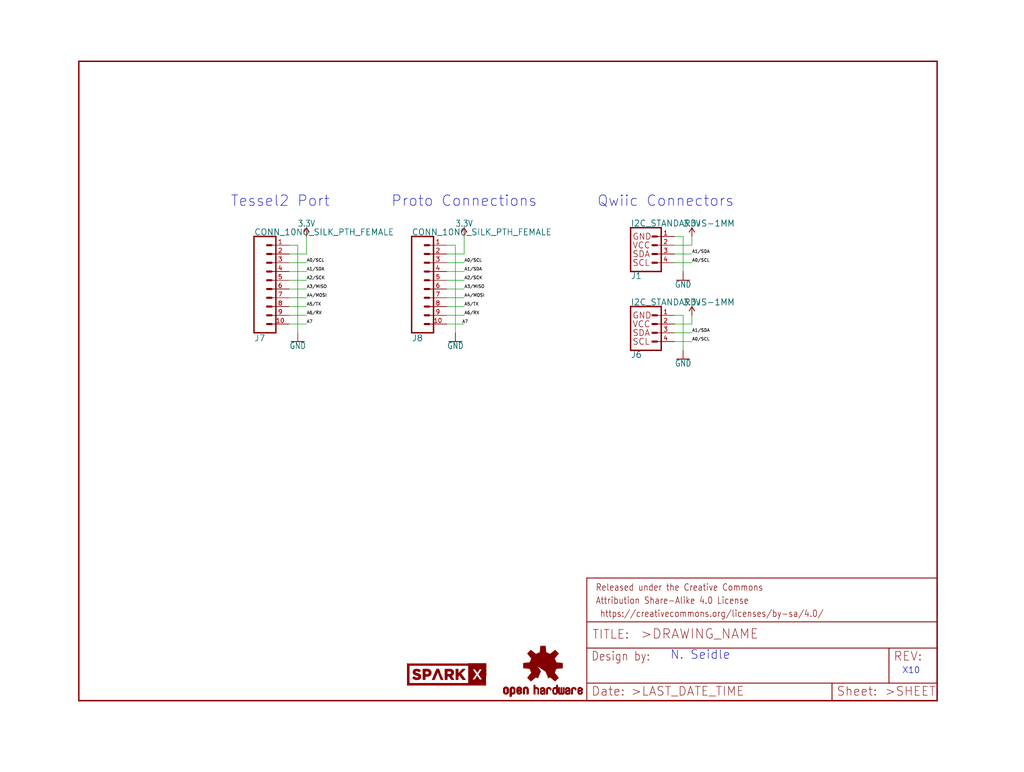
<source format=kicad_sch>
(kicad_sch (version 20211123) (generator eeschema)
  (paper "User" 297.002 223.926)
  (lib_symbols
    (symbol "eagleSchem-eagle-import:3.3V" (power)
      (property "Value" "3.3V" (at 0 2.794 0))
      (symbol "3.3V_1_0"
        (pin power_in line (at 0 0 90) (length 2.54) (name "3.3V") (number "1"))
      )
    )
    (symbol "eagleSchem-eagle-import:CONN_10NO_SILK_PTH_FEMALE"
      (property "Reference" "J" (at 0 8.128 0))
      (property "Value" "CONN_10NO_SILK_PTH_FEMALE" (at 0 -22.606 0))
      (symbol "CONN_10NO_SILK_PTH_FEMALE_1_0"
        (pin passive line (at 10.16 -17.78 180) (length 5.08) (name "1") (number "1"))
        (pin passive line (at 10.16 5.08 180) (length 5.08) (name "10") (number "10"))
        (pin passive line (at 10.16 -15.24 180) (length 5.08) (name "2") (number "2"))
        (pin passive line (at 10.16 -12.7 180) (length 5.08) (name "3") (number "3"))
        (pin passive line (at 10.16 -10.16 180) (length 5.08) (name "4") (number "4"))
        (pin passive line (at 10.16 -7.62 180) (length 5.08) (name "5") (number "5"))
        (pin passive line (at 10.16 -5.08 180) (length 5.08) (name "6") (number "6"))
        (pin passive line (at 10.16 -2.54 180) (length 5.08) (name "7") (number "7"))
        (pin passive line (at 10.16 0 180) (length 5.08) (name "8") (number "8"))
        (pin passive line (at 10.16 2.54 180) (length 5.08) (name "9") (number "9"))
      )
    )
    (symbol "eagleSchem-eagle-import:FRAME-LETTER"
      (symbol "FRAME-LETTER_2_0"
        (text " https://creativecommons.org/licenses/by-sa/4.0/" (at 2.54 24.13 0) (effects (font (size 1.9304 1.6408)) (justify left bottom)))
        (text ">DRAWING_NAME" (at 15.494 17.78 0) (effects (font (size 2.7432 2.7432)) (justify left bottom)))
        (text ">LAST_DATE_TIME" (at 12.7 1.27 0) (effects (font (size 2.54 2.54)) (justify left bottom)))
        (text ">SHEET" (at 86.36 1.27 0) (effects (font (size 2.54 2.54)) (justify left bottom)))
        (text "Attribution Share-Alike 4.0 License" (at 2.54 27.94 0) (effects (font (size 1.9304 1.6408)) (justify left bottom)))
        (text "Date:" (at 1.27 1.27 0) (effects (font (size 2.54 2.54)) (justify left bottom)))
        (text "Design by:" (at 1.27 11.43 0) (effects (font (size 2.54 2.159)) (justify left bottom)))
        (text "Released under the Creative Commons" (at 2.54 31.75 0) (effects (font (size 1.9304 1.6408)) (justify left bottom)))
        (text "REV:" (at 88.9 11.43 0) (effects (font (size 2.54 2.54)) (justify left bottom)))
        (text "Sheet:" (at 72.39 1.27 0) (effects (font (size 2.54 2.54)) (justify left bottom)))
        (text "TITLE:" (at 1.524 17.78 0) (effects (font (size 2.54 2.54)) (justify left bottom)))
      )
    )
    (symbol "eagleSchem-eagle-import:GND" (power)
      (property "Value" "GND" (at 0 -0.254 0))
      (symbol "GND_1_0"
        (pin power_in line (at 0 2.54 270) (length 2.54) (name "GND") (number "1"))
      )
    )
    (symbol "eagleSchem-eagle-import:I2C_STANDARDJS-1MM"
      (property "Reference" "J" (at -5.08 7.874 0))
      (property "Value" "I2C_STANDARDJS-1MM" (at -5.08 -5.334 0))
      (symbol "I2C_STANDARDJS-1MM_1_0"
        (text "GND" (at -4.572 -2.54 0) (effects (font (size 1.778 1.778)) (justify left)))
        (text "SCL" (at -4.572 5.08 0) (effects (font (size 1.778 1.778)) (justify left)))
        (text "SDA" (at -4.572 2.54 0) (effects (font (size 1.778 1.778)) (justify left)))
        (text "VCC" (at -4.572 0 0) (effects (font (size 1.778 1.778)) (justify left)))
        (pin power_in line (at 7.62 -2.54 180) (length 5.08) (name "GND") (number "1"))
        (pin power_in line (at 7.62 0 180) (length 5.08) (name "VCC") (number "2"))
        (pin passive line (at 7.62 2.54 180) (length 5.08) (name "SDA") (number "3"))
        (pin passive line (at 7.62 5.08 180) (length 5.08) (name "SCL") (number "4"))
      )
    )
    (symbol "eagleSchem-eagle-import:OSHW-LOGOMINI")
    (symbol "eagleSchem-eagle-import:SPARKX-LOGO4")
  )
  (wire (pts (xy 83.82 86.36) (xy 88.9 86.36)))
  (wire (pts (xy 195.58 71.12) (xy 200.66 71.12)))
  (wire (pts (xy 129.54 81.28) (xy 134.62 81.28)))
  (wire (pts (xy 129.54 76.2) (xy 134.62 76.2)))
  (wire (pts (xy 134.62 91.44) (xy 129.54 91.44)))
  (wire (pts (xy 134.62 73.66) (xy 134.62 68.58)))
  (wire (pts (xy 83.82 83.82) (xy 88.9 83.82)))
  (wire (pts (xy 83.82 81.28) (xy 88.9 81.28)))
  (wire (pts (xy 195.58 76.2) (xy 200.66 76.2)))
  (wire (pts (xy 198.12 68.58) (xy 198.12 78.74)))
  (wire (pts (xy 200.66 71.12) (xy 200.66 68.58)))
  (wire (pts (xy 195.58 91.44) (xy 198.12 91.44)))
  (wire (pts (xy 88.9 73.66) (xy 88.9 68.58)))
  (wire (pts (xy 195.58 73.66) (xy 200.66 73.66)))
  (wire (pts (xy 129.54 86.36) (xy 134.62 86.36)))
  (wire (pts (xy 129.54 71.12) (xy 132.08 71.12)))
  (wire (pts (xy 195.58 93.98) (xy 200.66 93.98)))
  (wire (pts (xy 83.82 71.12) (xy 86.36 71.12)))
  (wire (pts (xy 88.9 88.9) (xy 83.82 88.9)))
  (wire (pts (xy 86.36 71.12) (xy 86.36 96.52)))
  (wire (pts (xy 88.9 91.44) (xy 83.82 91.44)))
  (wire (pts (xy 83.82 78.74) (xy 88.9 78.74)))
  (wire (pts (xy 200.66 93.98) (xy 200.66 91.44)))
  (wire (pts (xy 129.54 83.82) (xy 134.62 83.82)))
  (wire (pts (xy 195.58 68.58) (xy 198.12 68.58)))
  (wire (pts (xy 198.12 91.44) (xy 198.12 101.6)))
  (wire (pts (xy 132.08 71.12) (xy 132.08 96.52)))
  (wire (pts (xy 129.54 78.74) (xy 134.62 78.74)))
  (wire (pts (xy 134.62 88.9) (xy 129.54 88.9)))
  (wire (pts (xy 83.82 76.2) (xy 88.9 76.2)))
  (wire (pts (xy 129.54 73.66) (xy 134.62 73.66)))
  (wire (pts (xy 134.62 93.98) (xy 129.54 93.98)))
  (wire (pts (xy 195.58 96.52) (xy 200.66 96.52)))
  (wire (pts (xy 83.82 73.66) (xy 88.9 73.66)))
  (wire (pts (xy 88.9 93.98) (xy 83.82 93.98)))
  (wire (pts (xy 195.58 99.06) (xy 200.66 99.06)))
  (text "X10" (at 261.62 195.58 180) (effects (font (size 1.778 1.778)) (justify left bottom)))
  (text "N. Seidle" (at 194.31 191.516 180) (effects (font (size 2.54 2.54)) (justify left bottom)))
  (text "Qwiic Connectors" (at 193.04 58.42 180) (effects (font (size 3.048 3.048))))
  (text "Proto Connections" (at 134.62 58.42 180) (effects (font (size 3.048 3.048))))
  (text "Tessel2 Port" (at 81.28 58.42 180) (effects (font (size 3.048 3.048))))
  (label "A3/MISO" (at 88.9 83.82 0) (effects (font (size 0.889 0.889))))
  (label "A3/MISO" (at 134.62 83.82 0) (effects (font (size 0.889 0.889))))
  (label "A5/TX" (at 88.9 88.9 0) (effects (font (size 0.889 0.889))))
  (label "A6/RX" (at 88.9 91.44 0) (effects (font (size 0.889 0.889))))
  (label "A1/SDA" (at 134.62 78.74 0) (effects (font (size 0.889 0.889))))
  (label "A6/RX" (at 134.62 91.44 0) (effects (font (size 0.889 0.889))))
  (label "A5/TX" (at 134.62 88.9 0) (effects (font (size 0.889 0.889))))
  (label "A4/MOSI" (at 88.9 86.36 0) (effects (font (size 0.889 0.889))))
  (label "A0/SCL" (at 134.62 76.2 0) (effects (font (size 0.889 0.889))))
  (label "A0/SCL" (at 200.66 76.2 0) (effects (font (size 0.889 0.889))))
  (label "A7" (at 133.985 93.98 0) (effects (font (size 0.889 0.889))))
  (label "A0/SCL" (at 200.66 99.06 0) (effects (font (size 0.889 0.889))))
  (label "A1/SDA" (at 200.66 96.52 0) (effects (font (size 0.889 0.889))))
  (label "A1/SDA" (at 88.9 78.74 0) (effects (font (size 0.889 0.889))))
  (label "A2/SCK" (at 88.9 81.28 0) (effects (font (size 0.889 0.889))))
  (label "A2/SCK" (at 134.62 81.28 0) (effects (font (size 0.889 0.889))))
  (label "A7" (at 88.9 93.98 0) (effects (font (size 0.889 0.889))))
  (label "A0/SCL" (at 88.9 76.2 0) (effects (font (size 0.889 0.889))))
  (label "A4/MOSI" (at 134.62 86.36 0) (effects (font (size 0.889 0.889))))
  (label "A1/SDA" (at 200.66 73.66 0) (effects (font (size 0.889 0.889))))
  (symbol (lib_id "eagleSchem-eagle-import:OSHW-LOGOMINI") (at 157.48 193.04 0) (unit 1)
    (property "Reference" "LOGO1" (effects hide))
    (property "Value" "OSHW-LOGOMINI" (effects hide))
    (property "Footprint" "eagleSchem:OSHW-LOGO-MINI" (effects hide))
  )
  (symbol (lib_id "eagleSchem-eagle-import:GND") (at 198.12 104.14 0) (unit 1)
    (property "Reference" "#GND6" (effects hide))
    (property "Value" "GND" (at 198.12 104.394 0) (effects (font (size 1.778 1.5113)) (justify top)))
    (property "Footprint" "eagleSchem:" (effects hide))
  )
  (symbol (lib_id "eagleSchem-eagle-import:3.3V") (at 88.9 68.58 0) (unit 1)
    (property "Reference" "#SUPPLY7" (effects hide))
    (property "Value" "3.3V" (at 88.9 65.786 0) (effects (font (size 1.778 1.5113)) (justify bottom)))
    (property "Footprint" "eagleSchem:" (effects hide))
  )
  (symbol (lib_id "eagleSchem-eagle-import:3.3V") (at 200.66 91.44 0) (unit 1)
    (property "Reference" "#SUPPLY6" (effects hide))
    (property "Value" "3.3V" (at 200.66 88.646 0) (effects (font (size 1.778 1.5113)) (justify bottom)))
    (property "Footprint" "eagleSchem:" (effects hide))
  )
  (symbol (lib_id "eagleSchem-eagle-import:3.3V") (at 134.62 68.58 0) (unit 1)
    (property "Reference" "#SUPPLY8" (effects hide))
    (property "Value" "3.3V" (at 134.62 65.786 0) (effects (font (size 1.778 1.5113)) (justify bottom)))
    (property "Footprint" "eagleSchem:" (effects hide))
  )
  (symbol (lib_id "eagleSchem-eagle-import:I2C_STANDARDJS-1MM") (at 187.96 93.98 0) (mirror x) (unit 1)
    (property "Reference" "J6" (at 182.88 101.854 0) (effects (font (size 1.778 1.778)) (justify left bottom)))
    (property "Value" "I2C_STANDARDJS-1MM" (at 182.88 88.646 0) (effects (font (size 1.778 1.778)) (justify left top)))
    (property "Footprint" "eagleSchem:1X04_1MM_RA" (effects hide))
  )
  (symbol (lib_id "eagleSchem-eagle-import:3.3V") (at 200.66 68.58 0) (unit 1)
    (property "Reference" "#SUPPLY5" (effects hide))
    (property "Value" "3.3V" (at 200.66 65.786 0) (effects (font (size 1.778 1.5113)) (justify bottom)))
    (property "Footprint" "eagleSchem:" (effects hide))
  )
  (symbol (lib_id "eagleSchem-eagle-import:I2C_STANDARDJS-1MM") (at 187.96 71.12 0) (mirror x) (unit 1)
    (property "Reference" "J1" (at 182.88 78.994 0) (effects (font (size 1.778 1.778)) (justify left bottom)))
    (property "Value" "I2C_STANDARDJS-1MM" (at 182.88 65.786 0) (effects (font (size 1.778 1.778)) (justify left top)))
    (property "Footprint" "eagleSchem:1X04_1MM_RA" (effects hide))
  )
  (symbol (lib_id "eagleSchem-eagle-import:GND") (at 86.36 99.06 0) (unit 1)
    (property "Reference" "#GND7" (effects hide))
    (property "Value" "GND" (at 86.36 99.314 0) (effects (font (size 1.778 1.5113)) (justify top)))
    (property "Footprint" "eagleSchem:" (effects hide))
  )
  (symbol (lib_id "eagleSchem-eagle-import:FRAME-LETTER") (at 22.86 203.2 0) (unit 1)
    (property "Reference" "FRAME1" (effects hide))
    (property "Value" "FRAME-LETTER" (effects hide))
    (property "Footprint" "eagleSchem:CREATIVE_COMMONS" (effects hide))
  )
  (symbol (lib_id "eagleSchem-eagle-import:GND") (at 198.12 81.28 0) (unit 1)
    (property "Reference" "#GND2" (effects hide))
    (property "Value" "GND" (at 198.12 81.534 0) (effects (font (size 1.778 1.5113)) (justify top)))
    (property "Footprint" "eagleSchem:" (effects hide))
  )
  (symbol (lib_id "eagleSchem-eagle-import:SPARKX-LOGO4") (at 129.54 195.58 0) (unit 1)
    (property "Reference" "U$2" (effects hide))
    (property "Value" "SPARKX-LOGO4" (effects hide))
    (property "Footprint" "eagleSchem:SPARKX-MEDIUM" (effects hide))
  )
  (symbol (lib_id "eagleSchem-eagle-import:GND") (at 132.08 99.06 0) (unit 1)
    (property "Reference" "#GND8" (effects hide))
    (property "Value" "GND" (at 132.08 99.314 0) (effects (font (size 1.778 1.5113)) (justify top)))
    (property "Footprint" "eagleSchem:" (effects hide))
  )
  (symbol (lib_id "eagleSchem-eagle-import:CONN_10NO_SILK_PTH_FEMALE") (at 119.38 88.9 0) (mirror x) (unit 1)
    (property "Reference" "J8" (at 119.38 97.028 0) (effects (font (size 1.778 1.778)) (justify left bottom)))
    (property "Value" "CONN_10NO_SILK_PTH_FEMALE" (at 119.38 66.294 0) (effects (font (size 1.778 1.778)) (justify left bottom)))
    (property "Footprint" "eagleSchem:1X10_NO_SILK" (effects hide))
  )
  (symbol (lib_id "eagleSchem-eagle-import:FRAME-LETTER") (at 170.18 203.2 0) (unit 2)
    (property "Reference" "FRAME1" (effects hide))
    (property "Value" "FRAME-LETTER" (effects hide))
    (property "Footprint" "eagleSchem:CREATIVE_COMMONS" (effects hide))
  )
  (symbol (lib_id "eagleSchem-eagle-import:CONN_10NO_SILK_PTH_FEMALE") (at 73.66 88.9 0) (mirror x) (unit 1)
    (property "Reference" "J7" (at 73.66 97.028 0) (effects (font (size 1.778 1.778)) (justify left bottom)))
    (property "Value" "CONN_10NO_SILK_PTH_FEMALE" (at 73.66 66.294 0) (effects (font (size 1.778 1.778)) (justify left bottom)))
    (property "Footprint" "eagleSchem:1X10_NO_SILK" (effects hide))
  )
)
</source>
